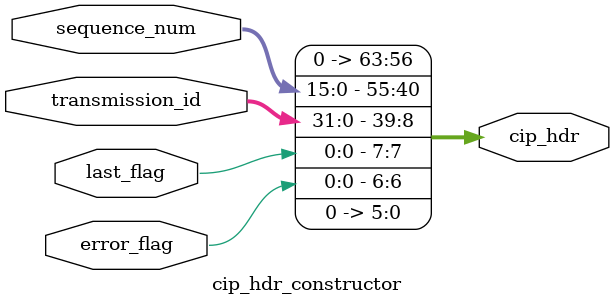
<source format=v>
/* CIP HEADER CONSTRUCTOR
 * ======================
 * Construct an image header
 */
module cip_hdr_constructor
#(
    localparam TRANSMISSION_ID_WIDTH = 32,
    localparam SEQUENCE_NUM_WIDTH    = 16,
    localparam CIP_HDR_WIDTH         = 8 * 8
)
(
    input                                last_flag,
    input                                error_flag,
    input  [TRANSMISSION_ID_WIDTH - 1:0] transmission_id,
    input  [SEQUENCE_NUM_WIDTH - 1:0]    sequence_num,

    output [CIP_HDR_WIDTH - 1:0]         cip_hdr
);

    assign cip_hdr[7]     = last_flag;
    assign cip_hdr[6]     = error_flag;
    assign cip_hdr[5:0]   = 6'h0; // Reserved
    assign cip_hdr[39:8]  = transmission_id;
    assign cip_hdr[55:40] = sequence_num;
    assign cip_hdr[63:56] = 8'h0; // Retry number

endmodule
</source>
